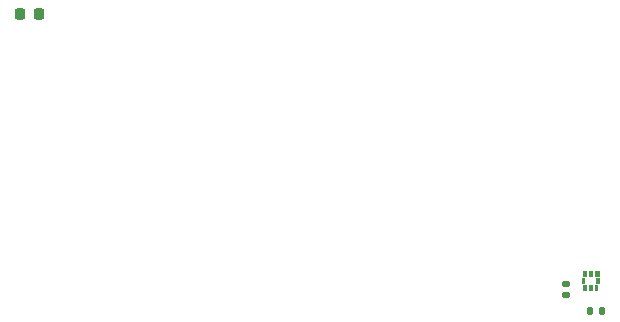
<source format=gtp>
%TF.GenerationSoftware,KiCad,Pcbnew,(6.99.0)*%
%TF.CreationDate,2022-05-24T21:05:52-07:00*%
%TF.ProjectId,Card,43617264-2e6b-4696-9361-645f70636258,rev?*%
%TF.SameCoordinates,Original*%
%TF.FileFunction,Paste,Top*%
%TF.FilePolarity,Positive*%
%FSLAX46Y46*%
G04 Gerber Fmt 4.6, Leading zero omitted, Abs format (unit mm)*
G04 Created by KiCad (PCBNEW (6.99.0)) date 2022-05-24 21:05:52*
%MOMM*%
%LPD*%
G01*
G04 APERTURE LIST*
G04 Aperture macros list*
%AMRoundRect*
0 Rectangle with rounded corners*
0 $1 Rounding radius*
0 $2 $3 $4 $5 $6 $7 $8 $9 X,Y pos of 4 corners*
0 Add a 4 corners polygon primitive as box body*
4,1,4,$2,$3,$4,$5,$6,$7,$8,$9,$2,$3,0*
0 Add four circle primitives for the rounded corners*
1,1,$1+$1,$2,$3*
1,1,$1+$1,$4,$5*
1,1,$1+$1,$6,$7*
1,1,$1+$1,$8,$9*
0 Add four rect primitives between the rounded corners*
20,1,$1+$1,$2,$3,$4,$5,0*
20,1,$1+$1,$4,$5,$6,$7,0*
20,1,$1+$1,$6,$7,$8,$9,0*
20,1,$1+$1,$8,$9,$2,$3,0*%
G04 Aperture macros list end*
%ADD10C,0.010000*%
%ADD11RoundRect,0.140000X0.170000X-0.140000X0.170000X0.140000X-0.170000X0.140000X-0.170000X-0.140000X0*%
%ADD12RoundRect,0.135000X0.135000X0.185000X-0.135000X0.185000X-0.135000X-0.185000X0.135000X-0.185000X0*%
%ADD13RoundRect,0.218750X-0.218750X-0.256250X0.218750X-0.256250X0.218750X0.256250X-0.218750X0.256250X0*%
G04 APERTURE END LIST*
D10*
%TO.C,U1*%
X103580000Y-77016000D02*
X103580000Y-77416000D01*
X103580000Y-77416000D02*
X103360000Y-77416000D01*
X103360000Y-77416000D02*
X103360000Y-77016000D01*
X103360000Y-77016000D02*
X103580000Y-77016000D01*
G36*
X103580000Y-77416000D02*
G01*
X103360000Y-77416000D01*
X103360000Y-77016000D01*
X103580000Y-77016000D01*
X103580000Y-77416000D01*
G37*
X103580000Y-77416000D02*
X103360000Y-77416000D01*
X103360000Y-77016000D01*
X103580000Y-77016000D01*
X103580000Y-77416000D01*
X102980000Y-76416000D02*
X102980000Y-76816000D01*
X102980000Y-76816000D02*
X102760000Y-76816000D01*
X102760000Y-76816000D02*
X102760000Y-76416000D01*
X102760000Y-76416000D02*
X102980000Y-76416000D01*
G36*
X102980000Y-76816000D02*
G01*
X102760000Y-76816000D01*
X102760000Y-76416000D01*
X102980000Y-76416000D01*
X102980000Y-76816000D01*
G37*
X102980000Y-76816000D02*
X102760000Y-76816000D01*
X102760000Y-76416000D01*
X102980000Y-76416000D01*
X102980000Y-76816000D01*
X103480000Y-77616000D02*
X103480000Y-78016000D01*
X103480000Y-78016000D02*
X103260000Y-78016000D01*
X103260000Y-78016000D02*
X103260000Y-77616000D01*
X103260000Y-77616000D02*
X103480000Y-77616000D01*
G36*
X103480000Y-78016000D02*
G01*
X103260000Y-78016000D01*
X103260000Y-77616000D01*
X103480000Y-77616000D01*
X103480000Y-78016000D01*
G37*
X103480000Y-78016000D02*
X103260000Y-78016000D01*
X103260000Y-77616000D01*
X103480000Y-77616000D01*
X103480000Y-78016000D01*
X103580000Y-76416000D02*
X103580000Y-76816000D01*
X103580000Y-76816000D02*
X103260000Y-76816000D01*
X103260000Y-76816000D02*
X103260000Y-76416000D01*
X103260000Y-76416000D02*
X103580000Y-76416000D01*
G36*
X103580000Y-76816000D02*
G01*
X103260000Y-76816000D01*
X103260000Y-76416000D01*
X103580000Y-76416000D01*
X103580000Y-76816000D01*
G37*
X103580000Y-76816000D02*
X103260000Y-76816000D01*
X103260000Y-76416000D01*
X103580000Y-76416000D01*
X103580000Y-76816000D01*
X102480000Y-76416000D02*
X102480000Y-76816000D01*
X102480000Y-76816000D02*
X102260000Y-76816000D01*
X102260000Y-76816000D02*
X102260000Y-76416000D01*
X102260000Y-76416000D02*
X102480000Y-76416000D01*
G36*
X102480000Y-76816000D02*
G01*
X102260000Y-76816000D01*
X102260000Y-76416000D01*
X102480000Y-76416000D01*
X102480000Y-76816000D01*
G37*
X102480000Y-76816000D02*
X102260000Y-76816000D01*
X102260000Y-76416000D01*
X102480000Y-76416000D01*
X102480000Y-76816000D01*
X102980000Y-77616000D02*
X102980000Y-78016000D01*
X102980000Y-78016000D02*
X102760000Y-78016000D01*
X102760000Y-78016000D02*
X102760000Y-77616000D01*
X102760000Y-77616000D02*
X102980000Y-77616000D01*
G36*
X102980000Y-78016000D02*
G01*
X102760000Y-78016000D01*
X102760000Y-77616000D01*
X102980000Y-77616000D01*
X102980000Y-78016000D01*
G37*
X102980000Y-78016000D02*
X102760000Y-78016000D01*
X102760000Y-77616000D01*
X102980000Y-77616000D01*
X102980000Y-78016000D01*
X102380000Y-77016000D02*
X102380000Y-77416000D01*
X102380000Y-77416000D02*
X102160000Y-77416000D01*
X102160000Y-77416000D02*
X102160000Y-77016000D01*
X102160000Y-77016000D02*
X102380000Y-77016000D01*
G36*
X102380000Y-77416000D02*
G01*
X102160000Y-77416000D01*
X102160000Y-77016000D01*
X102380000Y-77016000D01*
X102380000Y-77416000D01*
G37*
X102380000Y-77416000D02*
X102160000Y-77416000D01*
X102160000Y-77016000D01*
X102380000Y-77016000D01*
X102380000Y-77416000D01*
X102480000Y-77616000D02*
X102480000Y-78016000D01*
X102480000Y-78016000D02*
X102260000Y-78016000D01*
X102260000Y-78016000D02*
X102260000Y-77616000D01*
X102260000Y-77616000D02*
X102480000Y-77616000D01*
G36*
X102480000Y-78016000D02*
G01*
X102260000Y-78016000D01*
X102260000Y-77616000D01*
X102480000Y-77616000D01*
X102480000Y-78016000D01*
G37*
X102480000Y-78016000D02*
X102260000Y-78016000D01*
X102260000Y-77616000D01*
X102480000Y-77616000D01*
X102480000Y-78016000D01*
%TD*%
D11*
%TO.C,C1*%
X100838000Y-78458000D03*
X100838000Y-77498000D03*
%TD*%
D12*
%TO.C,R1*%
X103888000Y-79756000D03*
X102868000Y-79756000D03*
%TD*%
D13*
%TO.C,D1*%
X54584500Y-54610000D03*
X56159500Y-54610000D03*
%TD*%
M02*

</source>
